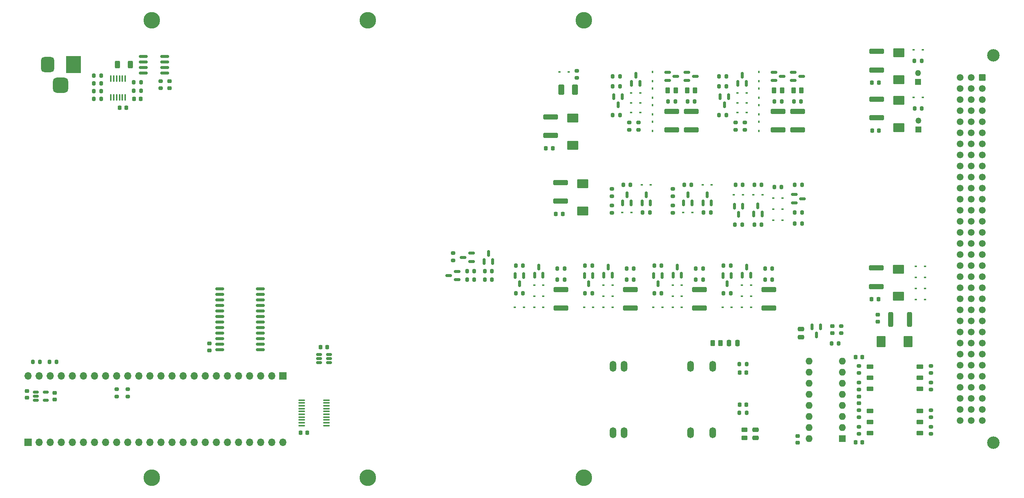
<source format=gts>
G04 #@! TF.GenerationSoftware,KiCad,Pcbnew,(6.0.2)*
G04 #@! TF.CreationDate,2022-03-07T19:03:20-08:00*
G04 #@! TF.ProjectId,driver_test,64726976-6572-45f7-9465-73742e6b6963,rev?*
G04 #@! TF.SameCoordinates,Original*
G04 #@! TF.FileFunction,Soldermask,Top*
G04 #@! TF.FilePolarity,Negative*
%FSLAX46Y46*%
G04 Gerber Fmt 4.6, Leading zero omitted, Abs format (unit mm)*
G04 Created by KiCad (PCBNEW (6.0.2)) date 2022-03-07 19:03:20*
%MOMM*%
%LPD*%
G01*
G04 APERTURE LIST*
G04 Aperture macros list*
%AMRoundRect*
0 Rectangle with rounded corners*
0 $1 Rounding radius*
0 $2 $3 $4 $5 $6 $7 $8 $9 X,Y pos of 4 corners*
0 Add a 4 corners polygon primitive as box body*
4,1,4,$2,$3,$4,$5,$6,$7,$8,$9,$2,$3,0*
0 Add four circle primitives for the rounded corners*
1,1,$1+$1,$2,$3*
1,1,$1+$1,$4,$5*
1,1,$1+$1,$6,$7*
1,1,$1+$1,$8,$9*
0 Add four rect primitives between the rounded corners*
20,1,$1+$1,$2,$3,$4,$5,0*
20,1,$1+$1,$4,$5,$6,$7,0*
20,1,$1+$1,$6,$7,$8,$9,0*
20,1,$1+$1,$8,$9,$2,$3,0*%
G04 Aperture macros list end*
%ADD10RoundRect,0.150000X0.825000X0.150000X-0.825000X0.150000X-0.825000X-0.150000X0.825000X-0.150000X0*%
%ADD11RoundRect,0.200000X0.200000X0.275000X-0.200000X0.275000X-0.200000X-0.275000X0.200000X-0.275000X0*%
%ADD12R,0.600000X0.450000*%
%ADD13RoundRect,0.250000X-1.450000X0.312500X-1.450000X-0.312500X1.450000X-0.312500X1.450000X0.312500X0*%
%ADD14RoundRect,0.250000X-0.312500X-1.450000X0.312500X-1.450000X0.312500X1.450000X-0.312500X1.450000X0*%
%ADD15RoundRect,0.200000X-0.275000X0.200000X-0.275000X-0.200000X0.275000X-0.200000X0.275000X0.200000X0*%
%ADD16R,0.450000X0.600000*%
%ADD17RoundRect,0.250000X0.450000X-0.262500X0.450000X0.262500X-0.450000X0.262500X-0.450000X-0.262500X0*%
%ADD18RoundRect,0.150000X0.150000X-0.587500X0.150000X0.587500X-0.150000X0.587500X-0.150000X-0.587500X0*%
%ADD19RoundRect,0.250000X0.550000X0.250000X-0.550000X0.250000X-0.550000X-0.250000X0.550000X-0.250000X0*%
%ADD20RoundRect,0.200000X-0.200000X-0.275000X0.200000X-0.275000X0.200000X0.275000X-0.200000X0.275000X0*%
%ADD21R,1.350000X1.350000*%
%ADD22O,1.350000X1.350000*%
%ADD23RoundRect,0.150000X-0.587500X-0.150000X0.587500X-0.150000X0.587500X0.150000X-0.587500X0.150000X0*%
%ADD24RoundRect,0.200000X0.275000X-0.200000X0.275000X0.200000X-0.275000X0.200000X-0.275000X-0.200000X0*%
%ADD25RoundRect,0.250000X1.450000X-0.312500X1.450000X0.312500X-1.450000X0.312500X-1.450000X-0.312500X0*%
%ADD26RoundRect,0.250000X-0.475000X0.250000X-0.475000X-0.250000X0.475000X-0.250000X0.475000X0.250000X0*%
%ADD27RoundRect,0.218750X0.256250X-0.218750X0.256250X0.218750X-0.256250X0.218750X-0.256250X-0.218750X0*%
%ADD28RoundRect,0.150000X-0.150000X0.587500X-0.150000X-0.587500X0.150000X-0.587500X0.150000X0.587500X0*%
%ADD29R,1.700000X1.700000*%
%ADD30O,1.700000X1.700000*%
%ADD31RoundRect,0.150000X0.587500X0.150000X-0.587500X0.150000X-0.587500X-0.150000X0.587500X-0.150000X0*%
%ADD32RoundRect,0.250000X-0.262500X-0.450000X0.262500X-0.450000X0.262500X0.450000X-0.262500X0.450000X0*%
%ADD33RoundRect,0.225000X0.225000X0.250000X-0.225000X0.250000X-0.225000X-0.250000X0.225000X-0.250000X0*%
%ADD34RoundRect,0.225000X-0.250000X0.225000X-0.250000X-0.225000X0.250000X-0.225000X0.250000X0.225000X0*%
%ADD35RoundRect,0.150000X-0.512500X-0.150000X0.512500X-0.150000X0.512500X0.150000X-0.512500X0.150000X0*%
%ADD36RoundRect,0.100000X0.637500X0.100000X-0.637500X0.100000X-0.637500X-0.100000X0.637500X-0.100000X0*%
%ADD37RoundRect,0.100000X-0.100000X0.625000X-0.100000X-0.625000X0.100000X-0.625000X0.100000X0.625000X0*%
%ADD38RoundRect,0.218750X0.218750X0.256250X-0.218750X0.256250X-0.218750X-0.256250X0.218750X-0.256250X0*%
%ADD39RoundRect,0.250000X-0.312500X-0.625000X0.312500X-0.625000X0.312500X0.625000X-0.312500X0.625000X0*%
%ADD40O,1.500000X2.500000*%
%ADD41RoundRect,0.250000X-1.025000X0.787500X-1.025000X-0.787500X1.025000X-0.787500X1.025000X0.787500X0*%
%ADD42R,1.600000X1.600000*%
%ADD43O,1.600000X1.600000*%
%ADD44RoundRect,0.225000X-0.225000X-0.250000X0.225000X-0.250000X0.225000X0.250000X-0.225000X0.250000X0*%
%ADD45C,3.810000*%
%ADD46RoundRect,0.225000X0.250000X-0.225000X0.250000X0.225000X-0.250000X0.225000X-0.250000X-0.225000X0*%
%ADD47RoundRect,0.218750X-0.218750X-0.256250X0.218750X-0.256250X0.218750X0.256250X-0.218750X0.256250X0*%
%ADD48RoundRect,0.250000X0.412500X0.925000X-0.412500X0.925000X-0.412500X-0.925000X0.412500X-0.925000X0*%
%ADD49R,3.500000X4.000000*%
%ADD50RoundRect,0.750000X-0.750000X-1.000000X0.750000X-1.000000X0.750000X1.000000X-0.750000X1.000000X0*%
%ADD51RoundRect,0.875000X-0.875000X-0.875000X0.875000X-0.875000X0.875000X0.875000X-0.875000X0.875000X0*%
%ADD52RoundRect,0.250000X0.475000X-0.250000X0.475000X0.250000X-0.475000X0.250000X-0.475000X-0.250000X0*%
%ADD53C,2.850000*%
%ADD54RoundRect,0.249999X-0.525001X0.525001X-0.525001X-0.525001X0.525001X-0.525001X0.525001X0.525001X0*%
%ADD55C,1.550000*%
%ADD56RoundRect,0.250000X0.787500X1.025000X-0.787500X1.025000X-0.787500X-1.025000X0.787500X-1.025000X0*%
%ADD57RoundRect,0.150000X0.875000X0.150000X-0.875000X0.150000X-0.875000X-0.150000X0.875000X-0.150000X0*%
%ADD58RoundRect,0.250000X-0.250000X-0.475000X0.250000X-0.475000X0.250000X0.475000X-0.250000X0.475000X0*%
%ADD59RoundRect,0.250000X0.262500X0.450000X-0.262500X0.450000X-0.262500X-0.450000X0.262500X-0.450000X0*%
G04 APERTURE END LIST*
D10*
X61174500Y-40360500D03*
X61174500Y-39090500D03*
X61174500Y-37820500D03*
X61174500Y-36550500D03*
X56224500Y-36550500D03*
X56224500Y-37820500D03*
X56224500Y-39090500D03*
X56224500Y-40360500D03*
D11*
X186372000Y-72390000D03*
X184722000Y-72390000D03*
X165544000Y-50038000D03*
X163894000Y-50038000D03*
D12*
X189069000Y-94107000D03*
X191169000Y-94107000D03*
D13*
X181864000Y-49170500D03*
X181864000Y-53445500D03*
D14*
X227627000Y-96901000D03*
X231902000Y-96901000D03*
D15*
X236855000Y-107570000D03*
X236855000Y-109220000D03*
D11*
X168719000Y-87757000D03*
X167069000Y-87757000D03*
D16*
X197358000Y-46008000D03*
X197358000Y-43908000D03*
D13*
X152019000Y-90064500D03*
X152019000Y-94339500D03*
D17*
X194056000Y-124102500D03*
X194056000Y-122277500D03*
D18*
X192598000Y-42720500D03*
X194498000Y-42720500D03*
X193548000Y-40845500D03*
D19*
X234350000Y-112840000D03*
X234350000Y-110300000D03*
X234350000Y-107760000D03*
X222850000Y-112840000D03*
X222850000Y-110300000D03*
X222850000Y-107760000D03*
D12*
X235492000Y-87249000D03*
X233392000Y-87249000D03*
D13*
X177419000Y-49170500D03*
X177419000Y-53445500D03*
D12*
X172627000Y-66040000D03*
X170527000Y-66040000D03*
D15*
X52705000Y-112967000D03*
X52705000Y-114617000D03*
D20*
X182944000Y-85217000D03*
X184594000Y-85217000D03*
D21*
X233934000Y-53340000D03*
D22*
X233934000Y-51340000D03*
D23*
X180926500Y-40198000D03*
X180926500Y-42098000D03*
X182801500Y-41148000D03*
D18*
X166182000Y-70152500D03*
X168082000Y-70152500D03*
X167132000Y-68277500D03*
D11*
X207264000Y-74930000D03*
X205614000Y-74930000D03*
D15*
X127254000Y-81725000D03*
X127254000Y-83375000D03*
D13*
X206248000Y-49170500D03*
X206248000Y-53445500D03*
D16*
X172974000Y-42198000D03*
X172974000Y-40098000D03*
D24*
X220345000Y-123190000D03*
X220345000Y-121540000D03*
D12*
X182152000Y-72390000D03*
X180052000Y-72390000D03*
D20*
X157544000Y-84582000D03*
X159194000Y-84582000D03*
D13*
X183769000Y-90064500D03*
X183769000Y-94339500D03*
D24*
X167640000Y-53403000D03*
X167640000Y-51753000D03*
D25*
X224409000Y-50646000D03*
X224409000Y-46371000D03*
D12*
X196118000Y-68326000D03*
X198218000Y-68326000D03*
D26*
X196596000Y-122240000D03*
X196596000Y-124140000D03*
D27*
X224684500Y-97434500D03*
X224684500Y-95859500D03*
D11*
X184594000Y-87757000D03*
X182944000Y-87757000D03*
D20*
X130493000Y-87757000D03*
X132143000Y-87757000D03*
D28*
X211516000Y-98630500D03*
X209616000Y-98630500D03*
X210566000Y-100505500D03*
X159319000Y-86819500D03*
X157419000Y-86819500D03*
X158369000Y-88694500D03*
D24*
X220345000Y-109220000D03*
X220345000Y-107570000D03*
D11*
X193548000Y-75184000D03*
X191898000Y-75184000D03*
D29*
X88265000Y-109855000D03*
D30*
X85725000Y-109855000D03*
X83185000Y-109855000D03*
X80645000Y-109855000D03*
X78105000Y-109855000D03*
X75565000Y-109855000D03*
X73025000Y-109855000D03*
X70485000Y-109855000D03*
X67945000Y-109855000D03*
X65405000Y-109855000D03*
X62865000Y-109855000D03*
X60325000Y-109855000D03*
X57785000Y-109855000D03*
X55245000Y-109855000D03*
X52705000Y-109855000D03*
X50165000Y-109855000D03*
X47625000Y-109855000D03*
X45085000Y-109855000D03*
X42545000Y-109855000D03*
X40005000Y-109855000D03*
X37465000Y-109855000D03*
X34925000Y-109855000D03*
X32385000Y-109855000D03*
X29845000Y-109855000D03*
D12*
X194598000Y-47244000D03*
X192498000Y-47244000D03*
D11*
X207073000Y-46863000D03*
X205423000Y-46863000D03*
D18*
X170627000Y-70152500D03*
X172527000Y-70152500D03*
X171577000Y-68277500D03*
D11*
X200469000Y-87757000D03*
X198819000Y-87757000D03*
D12*
X195614000Y-94107000D03*
X193514000Y-94107000D03*
D11*
X193675000Y-66040000D03*
X192025000Y-66040000D03*
D31*
X131493500Y-83627000D03*
X131493500Y-81727000D03*
X129618500Y-82677000D03*
D24*
X163703000Y-72453000D03*
X163703000Y-70803000D03*
D11*
X136207000Y-85852000D03*
X134557000Y-85852000D03*
X152844000Y-87757000D03*
X151194000Y-87757000D03*
D12*
X234984000Y-45990000D03*
X232884000Y-45990000D03*
D20*
X205614000Y-72390000D03*
X207264000Y-72390000D03*
D13*
X201803000Y-49170500D03*
X201803000Y-53445500D03*
D29*
X29845000Y-125095000D03*
D30*
X32385000Y-125095000D03*
X34925000Y-125095000D03*
X37465000Y-125095000D03*
X40005000Y-125095000D03*
X42545000Y-125095000D03*
X45085000Y-125095000D03*
X47625000Y-125095000D03*
X50165000Y-125095000D03*
X52705000Y-125095000D03*
X55245000Y-125095000D03*
X57785000Y-125095000D03*
X60325000Y-125095000D03*
X62865000Y-125095000D03*
X65405000Y-125095000D03*
X67945000Y-125095000D03*
X70485000Y-125095000D03*
X73025000Y-125095000D03*
X75565000Y-125095000D03*
X78105000Y-125095000D03*
X80645000Y-125095000D03*
X83185000Y-125095000D03*
X85725000Y-125095000D03*
X88265000Y-125095000D03*
D32*
X205335500Y-44323000D03*
X207160500Y-44323000D03*
D11*
X202565000Y-66548000D03*
X200915000Y-66548000D03*
D12*
X163864000Y-89027000D03*
X161764000Y-89027000D03*
D21*
X233900000Y-42402000D03*
D22*
X233900000Y-40402000D03*
D33*
X221120000Y-105601000D03*
X219570000Y-105601000D03*
D34*
X35941000Y-113779000D03*
X35941000Y-115329000D03*
D35*
X31628500Y-113604000D03*
X31628500Y-114554000D03*
X31628500Y-115504000D03*
X33903500Y-115504000D03*
X33903500Y-113604000D03*
D36*
X98264900Y-121289000D03*
X98264900Y-120639000D03*
X98264900Y-119989000D03*
X98264900Y-119339000D03*
X98264900Y-118689000D03*
X98264900Y-118039000D03*
X98264900Y-117389000D03*
X98264900Y-116739000D03*
X98264900Y-116089000D03*
X98264900Y-115439000D03*
X92539900Y-115439000D03*
X92539900Y-116089000D03*
X92539900Y-116739000D03*
X92539900Y-117389000D03*
X92539900Y-118039000D03*
X92539900Y-118689000D03*
X92539900Y-119339000D03*
X92539900Y-119989000D03*
X92539900Y-120639000D03*
X92539900Y-121289000D03*
D18*
X193614000Y-86789500D03*
X195514000Y-86789500D03*
X194564000Y-84914500D03*
D34*
X206248000Y-123685000D03*
X206248000Y-125235000D03*
D20*
X192914000Y-118364000D03*
X194564000Y-118364000D03*
D28*
X175194000Y-86819500D03*
X173294000Y-86819500D03*
X174244000Y-88694500D03*
D12*
X179739000Y-94107000D03*
X177639000Y-94107000D03*
X186597000Y-66040000D03*
X184497000Y-66040000D03*
D16*
X172974000Y-49818000D03*
X172974000Y-47718000D03*
D15*
X60223500Y-42202500D03*
X60223500Y-43852500D03*
D37*
X52095500Y-41639500D03*
X51445500Y-41639500D03*
X50795500Y-41639500D03*
X50145500Y-41639500D03*
X49495500Y-41639500D03*
X48845500Y-41639500D03*
X48845500Y-45939500D03*
X49495500Y-45939500D03*
X50145500Y-45939500D03*
X50795500Y-45939500D03*
X51445500Y-45939500D03*
X52095500Y-45939500D03*
D20*
X167069000Y-85217000D03*
X168719000Y-85217000D03*
D11*
X167957000Y-66040000D03*
X166307000Y-66040000D03*
D23*
X176481500Y-40198000D03*
X176481500Y-42098000D03*
X178356500Y-41148000D03*
D31*
X128191500Y-87818000D03*
X128191500Y-85918000D03*
X126316500Y-86868000D03*
D12*
X141444000Y-94107000D03*
X143544000Y-94107000D03*
D32*
X200890500Y-44323000D03*
X202715500Y-44323000D03*
D11*
X182689000Y-46863000D03*
X181039000Y-46863000D03*
D38*
X224815500Y-92307500D03*
X223240500Y-92307500D03*
D39*
X50328800Y-38455500D03*
X53253800Y-38455500D03*
D12*
X193514000Y-91567000D03*
X195614000Y-91567000D03*
D40*
X163984000Y-122965500D03*
X166524000Y-122965500D03*
X181764000Y-122965500D03*
X186844000Y-122965500D03*
X186844000Y-107725500D03*
X181764000Y-107725500D03*
X166524000Y-107725500D03*
X163984000Y-107725500D03*
D41*
X229362000Y-85385000D03*
X229362000Y-91610000D03*
D42*
X216525000Y-124280000D03*
D43*
X216525000Y-121740000D03*
X216525000Y-119200000D03*
X216525000Y-116660000D03*
X216525000Y-114120000D03*
X216525000Y-111580000D03*
X216525000Y-109040000D03*
X216525000Y-106500000D03*
X208905000Y-106500000D03*
X208905000Y-109040000D03*
X208905000Y-111580000D03*
X208905000Y-114120000D03*
X208905000Y-116660000D03*
X208905000Y-119200000D03*
X208905000Y-121740000D03*
X208905000Y-124280000D03*
D20*
X196343000Y-75184000D03*
X197993000Y-75184000D03*
D12*
X173194000Y-94107000D03*
X175294000Y-94107000D03*
D20*
X205614000Y-66040000D03*
X207264000Y-66040000D03*
D12*
X234950000Y-35052000D03*
X232850000Y-35052000D03*
D18*
X184597000Y-70152500D03*
X186497000Y-70152500D03*
X185547000Y-68277500D03*
D24*
X169799000Y-53403000D03*
X169799000Y-51753000D03*
D44*
X50812500Y-48361500D03*
X52362500Y-48361500D03*
D11*
X175069000Y-90932000D03*
X173419000Y-90932000D03*
X197993000Y-66040000D03*
X196343000Y-66040000D03*
X55714500Y-42519500D03*
X54064500Y-42519500D03*
D19*
X234350000Y-123000000D03*
X234350000Y-120460000D03*
X234350000Y-117920000D03*
X222850000Y-123000000D03*
X222850000Y-120460000D03*
X222850000Y-117920000D03*
D12*
X235492000Y-89789000D03*
X233392000Y-89789000D03*
D11*
X132143000Y-85852000D03*
X130493000Y-85852000D03*
D20*
X141669000Y-84582000D03*
X143319000Y-84582000D03*
D34*
X71423000Y-102476000D03*
X71423000Y-104026000D03*
D18*
X180152000Y-70152500D03*
X182052000Y-70152500D03*
X181102000Y-68277500D03*
D33*
X221120000Y-125159000D03*
X219570000Y-125159000D03*
D45*
X58166000Y-28257500D03*
D23*
X200865500Y-40198000D03*
X200865500Y-42098000D03*
X202740500Y-41148000D03*
D12*
X202790000Y-74168000D03*
X200690000Y-74168000D03*
D15*
X216281000Y-98426000D03*
X216281000Y-100076000D03*
D25*
X149606000Y-54694000D03*
X149606000Y-50419000D03*
D38*
X150139500Y-57636500D03*
X148564500Y-57636500D03*
D12*
X168114000Y-44958000D03*
X170214000Y-44958000D03*
D11*
X32575000Y-106680000D03*
X30925000Y-106680000D03*
D12*
X179739000Y-89027000D03*
X177639000Y-89027000D03*
X202790000Y-69088000D03*
X200690000Y-69088000D03*
D15*
X50165000Y-112967000D03*
X50165000Y-114617000D03*
D32*
X176506500Y-44323000D03*
X178331500Y-44323000D03*
D18*
X161864000Y-86789500D03*
X163764000Y-86789500D03*
X162814000Y-84914500D03*
D16*
X197358000Y-42198000D03*
X197358000Y-40098000D03*
D33*
X93840600Y-122885200D03*
X92290600Y-122885200D03*
D38*
X224908500Y-42607500D03*
X223333500Y-42607500D03*
D11*
X172402000Y-72390000D03*
X170752000Y-72390000D03*
D20*
X189294000Y-84582000D03*
X190944000Y-84582000D03*
D38*
X152425500Y-72706500D03*
X150850500Y-72706500D03*
D25*
X224282000Y-89365000D03*
X224282000Y-85090000D03*
D41*
X229455000Y-35685000D03*
X229455000Y-41910000D03*
D12*
X157319000Y-94107000D03*
X159419000Y-94107000D03*
D11*
X202628000Y-46863000D03*
X200978000Y-46863000D03*
D45*
X157226000Y-28257500D03*
D12*
X147989000Y-94107000D03*
X145889000Y-94107000D03*
D38*
X194526500Y-116459000D03*
X192951500Y-116459000D03*
D11*
X165544000Y-43434000D03*
X163894000Y-43434000D03*
D46*
X220345000Y-116155000D03*
X220345000Y-114605000D03*
D11*
X46570500Y-40995500D03*
X44920500Y-40995500D03*
D46*
X29591000Y-114897200D03*
X29591000Y-113347200D03*
D12*
X168114000Y-49403000D03*
X170214000Y-49403000D03*
D11*
X165544000Y-41148000D03*
X163894000Y-41148000D03*
D28*
X191069000Y-86819500D03*
X189169000Y-86819500D03*
X190119000Y-88694500D03*
D12*
X170214000Y-47244000D03*
X168114000Y-47244000D03*
D24*
X220345000Y-113030000D03*
X220345000Y-111380000D03*
D18*
X177739000Y-86789500D03*
X179639000Y-86789500D03*
X178689000Y-84914500D03*
D47*
X192951500Y-109093000D03*
X194526500Y-109093000D03*
D24*
X177673000Y-72453000D03*
X177673000Y-70803000D03*
D28*
X143444000Y-86819500D03*
X141544000Y-86819500D03*
X142494000Y-88694500D03*
D12*
X235492000Y-84709000D03*
X233392000Y-84709000D03*
D45*
X107696000Y-133286500D03*
D15*
X163703000Y-66993000D03*
X163703000Y-68643000D03*
D13*
X199644000Y-90064500D03*
X199644000Y-94339500D03*
D48*
X155194000Y-44196000D03*
X152119000Y-44196000D03*
D23*
X205501500Y-68265000D03*
X205501500Y-70165000D03*
X207376500Y-69215000D03*
D45*
X107696000Y-28257500D03*
D15*
X236855000Y-121540000D03*
X236855000Y-123190000D03*
D18*
X145989000Y-86789500D03*
X147889000Y-86789500D03*
X146939000Y-84914500D03*
D27*
X62255500Y-43815000D03*
X62255500Y-42240000D03*
D12*
X147989000Y-89027000D03*
X145889000Y-89027000D03*
D13*
X167894000Y-90064500D03*
X167894000Y-94339500D03*
D12*
X168182000Y-72390000D03*
X166082000Y-72390000D03*
D18*
X134432000Y-83614500D03*
X136332000Y-83614500D03*
X135382000Y-81739500D03*
D11*
X46570500Y-42773500D03*
X44920500Y-42773500D03*
D49*
X40284500Y-38455500D03*
D50*
X34284500Y-38455500D03*
D51*
X37284500Y-43155500D03*
D12*
X145889000Y-91567000D03*
X147989000Y-91567000D03*
D16*
X172974000Y-53628000D03*
X172974000Y-51528000D03*
D12*
X235492000Y-92329000D03*
X233392000Y-92329000D03*
X192498000Y-44958000D03*
X194598000Y-44958000D03*
D34*
X214249000Y-98476000D03*
X214249000Y-100026000D03*
D11*
X46570500Y-44551500D03*
X44920500Y-44551500D03*
D12*
X161764000Y-91567000D03*
X163864000Y-91567000D03*
D11*
X189928000Y-41148000D03*
X188278000Y-41148000D03*
D45*
X58166000Y-133286500D03*
D35*
X96531000Y-104968000D03*
X96531000Y-105918000D03*
X96531000Y-106868000D03*
X98806000Y-106868000D03*
X98806000Y-105918000D03*
X98806000Y-104968000D03*
D28*
X166050000Y-45798500D03*
X164150000Y-45798500D03*
X165100000Y-47673500D03*
D20*
X151194000Y-85217000D03*
X152844000Y-85217000D03*
X233075000Y-37592000D03*
X234725000Y-37592000D03*
D23*
X205310500Y-40198000D03*
X205310500Y-42098000D03*
X207185500Y-41148000D03*
D24*
X220345000Y-119380000D03*
X220345000Y-117730000D03*
D41*
X156972000Y-65784000D03*
X156972000Y-72009000D03*
D15*
X177673000Y-66993000D03*
X177673000Y-68643000D03*
X236855000Y-117730000D03*
X236855000Y-119380000D03*
D52*
X207010000Y-101026000D03*
X207010000Y-99126000D03*
D11*
X215709000Y-102426000D03*
X214059000Y-102426000D03*
D20*
X198819000Y-85217000D03*
X200469000Y-85217000D03*
D12*
X192498000Y-49403000D03*
X194598000Y-49403000D03*
D41*
X229489000Y-46666000D03*
X229489000Y-52891000D03*
D24*
X192024000Y-53403000D03*
X192024000Y-51753000D03*
D28*
X193673000Y-70944500D03*
X191773000Y-70944500D03*
X192723000Y-72819500D03*
D53*
X251174600Y-36322000D03*
X251174600Y-125222000D03*
D54*
X248634600Y-41402000D03*
D55*
X248634600Y-43942000D03*
X248634600Y-46482000D03*
X248634600Y-49022000D03*
X248634600Y-51562000D03*
X248634600Y-54102000D03*
X248634600Y-56642000D03*
X248634600Y-59182000D03*
X248634600Y-61722000D03*
X248634600Y-64262000D03*
X248634600Y-66802000D03*
X248634600Y-69342000D03*
X248634600Y-71882000D03*
X248634600Y-74422000D03*
X248634600Y-76962000D03*
X248634600Y-79502000D03*
X248634600Y-82042000D03*
X248634600Y-84582000D03*
X248634600Y-87122000D03*
X248634600Y-89662000D03*
X248634600Y-92202000D03*
X248634600Y-94742000D03*
X248634600Y-97282000D03*
X248634600Y-99822000D03*
X248634600Y-102362000D03*
X248634600Y-104902000D03*
X248634600Y-107442000D03*
X248634600Y-109982000D03*
X248634600Y-112522000D03*
X248634600Y-115062000D03*
X248634600Y-117602000D03*
X248634600Y-120142000D03*
X246094600Y-41402000D03*
X246094600Y-43942000D03*
X246094600Y-46482000D03*
X246094600Y-49022000D03*
X246094600Y-51562000D03*
X246094600Y-54102000D03*
X246094600Y-56642000D03*
X246094600Y-59182000D03*
X246094600Y-61722000D03*
X246094600Y-64262000D03*
X246094600Y-66802000D03*
X246094600Y-69342000D03*
X246094600Y-71882000D03*
X246094600Y-74422000D03*
X246094600Y-76962000D03*
X246094600Y-79502000D03*
X246094600Y-82042000D03*
X246094600Y-84582000D03*
X246094600Y-87122000D03*
X246094600Y-89662000D03*
X246094600Y-92202000D03*
X246094600Y-94742000D03*
X246094600Y-97282000D03*
X246094600Y-99822000D03*
X246094600Y-102362000D03*
X246094600Y-104902000D03*
X246094600Y-107442000D03*
X246094600Y-109982000D03*
X246094600Y-112522000D03*
X246094600Y-115062000D03*
X246094600Y-117602000D03*
X246094600Y-120142000D03*
X243554600Y-41402000D03*
X243554600Y-43942000D03*
X243554600Y-46482000D03*
X243554600Y-49022000D03*
X243554600Y-51562000D03*
X243554600Y-54102000D03*
X243554600Y-56642000D03*
X243554600Y-59182000D03*
X243554600Y-61722000D03*
X243554600Y-64262000D03*
X243554600Y-66802000D03*
X243554600Y-69342000D03*
X243554600Y-71882000D03*
X243554600Y-74422000D03*
X243554600Y-76962000D03*
X243554600Y-79502000D03*
X243554600Y-82042000D03*
X243554600Y-84582000D03*
X243554600Y-87122000D03*
X243554600Y-89662000D03*
X243554600Y-92202000D03*
X243554600Y-94742000D03*
X243554600Y-97282000D03*
X243554600Y-99822000D03*
X243554600Y-102362000D03*
X243554600Y-104902000D03*
X243554600Y-107442000D03*
X243554600Y-109982000D03*
X243554600Y-112522000D03*
X243554600Y-115062000D03*
X243554600Y-117602000D03*
X243554600Y-120142000D03*
D11*
X36385000Y-106680000D03*
X34735000Y-106680000D03*
X189928000Y-43434000D03*
X188278000Y-43434000D03*
D41*
X154686000Y-50714000D03*
X154686000Y-56939000D03*
D11*
X189928000Y-50038000D03*
X188278000Y-50038000D03*
D20*
X173419000Y-84582000D03*
X175069000Y-84582000D03*
D56*
X231607000Y-101981000D03*
X225382000Y-101981000D03*
D11*
X46570500Y-46329500D03*
X44920500Y-46329500D03*
X143319000Y-90932000D03*
X141669000Y-90932000D03*
D33*
X55664500Y-46329500D03*
X54114500Y-46329500D03*
D24*
X155666500Y-41496000D03*
X155666500Y-39846000D03*
D15*
X236855000Y-111380000D03*
X236855000Y-113030000D03*
D25*
X224375000Y-39665000D03*
X224375000Y-35390000D03*
D12*
X193773000Y-68326000D03*
X191673000Y-68326000D03*
X151695500Y-40163000D03*
X153795500Y-40163000D03*
D16*
X197358000Y-53628000D03*
X197358000Y-51528000D03*
D12*
X163864000Y-94107000D03*
X161764000Y-94107000D03*
D57*
X83058000Y-103886000D03*
X83058000Y-102616000D03*
X83058000Y-101346000D03*
X83058000Y-100076000D03*
X83058000Y-98806000D03*
X83058000Y-97536000D03*
X83058000Y-96266000D03*
X83058000Y-94996000D03*
X83058000Y-93726000D03*
X83058000Y-92456000D03*
X83058000Y-91186000D03*
X83058000Y-89916000D03*
X73758000Y-89916000D03*
X73758000Y-91186000D03*
X73758000Y-92456000D03*
X73758000Y-93726000D03*
X73758000Y-94996000D03*
X73758000Y-96266000D03*
X73758000Y-97536000D03*
X73758000Y-98806000D03*
X73758000Y-100076000D03*
X73758000Y-101346000D03*
X73758000Y-102616000D03*
X73758000Y-103886000D03*
D18*
X196218000Y-72755500D03*
X198118000Y-72755500D03*
X197168000Y-70880500D03*
X168214000Y-42720500D03*
X170114000Y-42720500D03*
X169164000Y-40845500D03*
D12*
X195614000Y-89027000D03*
X193514000Y-89027000D03*
D32*
X180951500Y-44323000D03*
X182776500Y-44323000D03*
D11*
X178244000Y-46863000D03*
X176594000Y-46863000D03*
D28*
X190434000Y-45798500D03*
X188534000Y-45798500D03*
X189484000Y-47673500D03*
D20*
X134557000Y-87757000D03*
X136207000Y-87757000D03*
D58*
X190566000Y-102362000D03*
X192466000Y-102362000D03*
D11*
X55714500Y-44424500D03*
X54064500Y-44424500D03*
D25*
X151892000Y-69764000D03*
X151892000Y-65489000D03*
D24*
X194183000Y-53403000D03*
X194183000Y-51753000D03*
D11*
X159194000Y-90932000D03*
X157544000Y-90932000D03*
D38*
X224942500Y-53588500D03*
X223367500Y-53588500D03*
D20*
X233109000Y-48530000D03*
X234759000Y-48530000D03*
D11*
X181927000Y-66040000D03*
X180277000Y-66040000D03*
D20*
X192914000Y-107188000D03*
X194564000Y-107188000D03*
D12*
X177639000Y-91567000D03*
X179739000Y-91567000D03*
X200690000Y-71628000D03*
X202790000Y-71628000D03*
D16*
X172974000Y-46008000D03*
X172974000Y-43908000D03*
D59*
X188618500Y-102362000D03*
X186793500Y-102362000D03*
D33*
X98443500Y-103251000D03*
X96893500Y-103251000D03*
D16*
X197358000Y-49818000D03*
X197358000Y-47718000D03*
D11*
X190944000Y-90932000D03*
X189294000Y-90932000D03*
D45*
X157226000Y-133286500D03*
M02*

</source>
